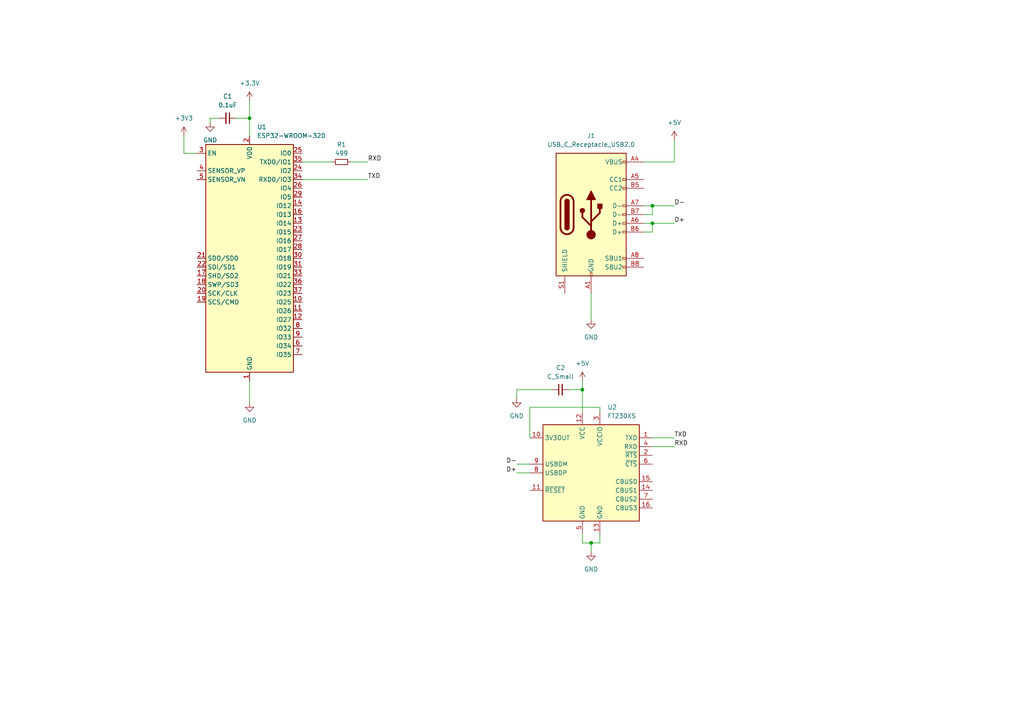
<source format=kicad_sch>
(kicad_sch (version 20230121) (generator eeschema)
  (paper "A4")
  (lib_symbols
    (symbol "Connector:USB_C_Receptacle_USB2.0" (pin_names (offset 1.016))
      (property "Reference" "J" (at -10.16 19.05 0))
      (property "Value" "USB_C_Receptacle_USB2.0" (at 19.05 19.05 0))
      (symbol "USB_C_Receptacle_USB2.0_0_0"
        (rectangle (start -0.254 -17.78) (end 0.254 -16.764))
        (rectangle (start 10.16 -14.986) (end 9.144 -15.494))
        (rectangle (start 10.16 -12.446) (end 9.144 -12.954))
        (rectangle (start 10.16 -4.826) (end 9.144 -5.334))
        (rectangle (start 10.16 -2.286) (end 9.144 -2.794))
        (rectangle (start 10.16 0.254) (end 9.144 -0.254))
        (rectangle (start 10.16 2.794) (end 9.144 2.286))
        (rectangle (start 10.16 7.874) (end 9.144 7.366))
        (rectangle (start 10.16 10.414) (end 9.144 9.906))
        (rectangle (start 10.16 15.494) (end 9.144 14.986))
      )
      (symbol "USB_C_Receptacle_USB2.0_0_1"
        (rectangle (start -10.16 17.78) (end 10.16 -17.78) (stroke (width 0.254)) (fill (type background)))
        (arc (start -8.89 -3.81) (mid -6.985 -5.7067) (end -5.08 -3.81) (stroke (width 0.508)))
        (arc (start -7.62 -3.81) (mid -6.985 -4.4423) (end -6.35 -3.81) (stroke (width 0.254)))
        (arc (start -7.62 -3.81) (mid -6.985 -4.4423) (end -6.35 -3.81) (stroke (width 0.254)) (fill (type outline)))
        (rectangle (start -7.62 -3.81) (end -6.35 3.81) (stroke (width 0.254)) (fill (type outline)))
        (arc (start -6.35 3.81) (mid -6.985 4.4423) (end -7.62 3.81) (stroke (width 0.254)))
        (arc (start -6.35 3.81) (mid -6.985 4.4423) (end -7.62 3.81) (stroke (width 0.254)) (fill (type outline)))
        (arc (start -5.08 3.81) (mid -6.985 5.7067) (end -8.89 3.81) (stroke (width 0.508)))
        (circle (center -2.54 1.143) (radius 0.635) (stroke (width 0.254)) (fill (type outline)))
        (circle (center 0 -5.842) (radius 1.27) (fill (type outline)))
        (polyline (pts (xy -8.89 -3.81) (xy -8.89 3.81)) (stroke (width 0.508)))
        (polyline (pts (xy -5.08 3.81) (xy -5.08 -3.81)) (stroke (width 0.508)))
        (polyline (pts (xy 0 -5.842) (xy 0 4.318)) (stroke (width 0.508)))
        (polyline (pts (xy 0 -3.302) (xy -2.54 -0.762) (xy -2.54 0.508)) (stroke (width 0.508)))
        (polyline (pts (xy 0 -2.032) (xy 2.54 0.508) (xy 2.54 1.778)) (stroke (width 0.508)))
        (polyline (pts (xy -1.27 4.318) (xy 0 6.858) (xy 1.27 4.318) (xy -1.27 4.318)) (stroke (width 0.254)) (fill (type outline)))
        (rectangle (start 1.905 1.778) (end 3.175 3.048) (stroke (width 0.254)) (fill (type outline)))
      )
      (symbol "USB_C_Receptacle_USB2.0_1_1"
        (pin passive line (at 0 -22.86 90) (length 5.08) (name "GND") (number "A1"))
        (pin passive line (at 0 -22.86 90) (length 5.08) hide (name "GND") (number "A12"))
        (pin passive line (at 15.24 15.24 180) (length 5.08) (name "VBUS") (number "A4"))
        (pin bidirectional line (at 15.24 10.16 180) (length 5.08) (name "CC1") (number "A5"))
        (pin bidirectional line (at 15.24 -2.54 180) (length 5.08) (name "D+") (number "A6"))
        (pin bidirectional line (at 15.24 2.54 180) (length 5.08) (name "D-") (number "A7"))
        (pin bidirectional line (at 15.24 -12.7 180) (length 5.08) (name "SBU1") (number "A8"))
        (pin passive line (at 15.24 15.24 180) (length 5.08) hide (name "VBUS") (number "A9"))
        (pin passive line (at 0 -22.86 90) (length 5.08) hide (name "GND") (number "B1"))
        (pin passive line (at 0 -22.86 90) (length 5.08) hide (name "GND") (number "B12"))
        (pin passive line (at 15.24 15.24 180) (length 5.08) hide (name "VBUS") (number "B4"))
        (pin bidirectional line (at 15.24 7.62 180) (length 5.08) (name "CC2") (number "B5"))
        (pin bidirectional line (at 15.24 -5.08 180) (length 5.08) (name "D+") (number "B6"))
        (pin bidirectional line (at 15.24 0 180) (length 5.08) (name "D-") (number "B7"))
        (pin bidirectional line (at 15.24 -15.24 180) (length 5.08) (name "SBU2") (number "B8"))
        (pin passive line (at 15.24 15.24 180) (length 5.08) hide (name "VBUS") (number "B9"))
        (pin passive line (at -7.62 -22.86 90) (length 5.08) (name "SHIELD") (number "S1"))
      )
    )
    (symbol "Device:C_Small" (pin_numbers hide) (pin_names (offset 0.254) hide)
      (property "Reference" "C" (at 0.254 1.778 0))
      (property "Value" "C_Small" (at 0.254 -2.032 0))
      (symbol "C_Small_0_1"
        (polyline (pts (xy -1.524 -0.508) (xy 1.524 -0.508)) (stroke (width 0.3302)))
        (polyline (pts (xy -1.524 0.508) (xy 1.524 0.508)) (stroke (width 0.3048)))
      )
      (symbol "C_Small_1_1"
        (pin passive line (at 0 2.54 270) (length 2.032) (name "~") (number "1"))
        (pin passive line (at 0 -2.54 90) (length 2.032) (name "~") (number "2"))
      )
    )
    (symbol "Device:R_Small" (pin_numbers hide) (pin_names (offset 0.254) hide)
      (property "Reference" "R" (at 0.762 0.508 0))
      (property "Value" "R_Small" (at 0.762 -1.016 0))
      (symbol "R_Small_0_1"
        (rectangle (start -0.762 1.778) (end 0.762 -1.778) (stroke (width 0.2032)))
      )
      (symbol "R_Small_1_1"
        (pin passive line (at 0 2.54 270) (length 0.762) (name "~") (number "1"))
        (pin passive line (at 0 -2.54 90) (length 0.762) (name "~") (number "2"))
      )
    )
    (symbol "Interface_USB:FT230XS"
      (property "Reference" "U" (at -13.97 15.24 0))
      (property "Value" "FT230XS" (at 7.62 15.24 0))
      (symbol "FT230XS_0_1"
        (rectangle (start -13.97 13.97) (end 13.97 -13.97) (stroke (width 0.254)) (fill (type background)))
      )
      (symbol "FT230XS_1_1"
        (pin output line (at 17.78 10.16 180) (length 3.81) (name "TXD") (number "1"))
        (pin power_out line (at -17.78 10.16 0) (length 3.81) (name "3V3OUT") (number "10"))
        (pin input line (at -17.78 -5.08 0) (length 3.81) (name "~{RESET}") (number "11"))
        (pin power_in line (at -2.54 17.78 270) (length 3.81) (name "VCC") (number "12"))
        (pin power_in line (at 2.54 -17.78 90) (length 3.81) (name "GND") (number "13"))
        (pin bidirectional line (at 17.78 -5.08 180) (length 3.81) (name "CBUS1") (number "14"))
        (pin bidirectional line (at 17.78 -2.54 180) (length 3.81) (name "CBUS0") (number "15"))
        (pin bidirectional line (at 17.78 -10.16 180) (length 3.81) (name "CBUS3") (number "16"))
        (pin output line (at 17.78 5.08 180) (length 3.81) (name "~{RTS}") (number "2"))
        (pin power_in line (at 2.54 17.78 270) (length 3.81) (name "VCCIO") (number "3"))
        (pin input line (at 17.78 7.62 180) (length 3.81) (name "RXD") (number "4"))
        (pin power_in line (at -2.54 -17.78 90) (length 3.81) (name "GND") (number "5"))
        (pin input line (at 17.78 2.54 180) (length 3.81) (name "~{CTS}") (number "6"))
        (pin bidirectional line (at 17.78 -7.62 180) (length 3.81) (name "CBUS2") (number "7"))
        (pin bidirectional line (at -17.78 0 0) (length 3.81) (name "USBDP") (number "8"))
        (pin bidirectional line (at -17.78 2.54 0) (length 3.81) (name "USBDM") (number "9"))
      )
    )
    (symbol "RF_Module:ESP32-WROOM-32D"
      (property "Reference" "U" (at -12.7 34.29 0))
      (property "Value" "ESP32-WROOM-32D" (at 1.27 34.29 0))
      (symbol "ESP32-WROOM-32D_0_1"
        (rectangle (start -12.7 33.02) (end 12.7 -33.02) (stroke (width 0.254)) (fill (type background)))
      )
      (symbol "ESP32-WROOM-32D_1_1"
        (pin power_in line (at 0 -35.56 90) (length 2.54) (name "GND") (number "1"))
        (pin bidirectional line (at 15.24 -12.7 180) (length 2.54) (name "IO25") (number "10"))
        (pin bidirectional line (at 15.24 -15.24 180) (length 2.54) (name "IO26") (number "11"))
        (pin bidirectional line (at 15.24 -17.78 180) (length 2.54) (name "IO27") (number "12"))
        (pin bidirectional line (at 15.24 10.16 180) (length 2.54) (name "IO14") (number "13"))
        (pin bidirectional line (at 15.24 15.24 180) (length 2.54) (name "IO12") (number "14"))
        (pin passive line (at 0 -35.56 90) (length 2.54) hide (name "GND") (number "15"))
        (pin bidirectional line (at 15.24 12.7 180) (length 2.54) (name "IO13") (number "16"))
        (pin bidirectional line (at -15.24 -5.08 0) (length 2.54) (name "SHD/SD2") (number "17"))
        (pin bidirectional line (at -15.24 -7.62 0) (length 2.54) (name "SWP/SD3") (number "18"))
        (pin bidirectional line (at -15.24 -12.7 0) (length 2.54) (name "SCS/CMD") (number "19"))
        (pin power_in line (at 0 35.56 270) (length 2.54) (name "VDD") (number "2"))
        (pin bidirectional line (at -15.24 -10.16 0) (length 2.54) (name "SCK/CLK") (number "20"))
        (pin bidirectional line (at -15.24 0 0) (length 2.54) (name "SDO/SD0") (number "21"))
        (pin bidirectional line (at -15.24 -2.54 0) (length 2.54) (name "SDI/SD1") (number "22"))
        (pin bidirectional line (at 15.24 7.62 180) (length 2.54) (name "IO15") (number "23"))
        (pin bidirectional line (at 15.24 25.4 180) (length 2.54) (name "IO2") (number "24"))
        (pin bidirectional line (at 15.24 30.48 180) (length 2.54) (name "IO0") (number "25"))
        (pin bidirectional line (at 15.24 20.32 180) (length 2.54) (name "IO4") (number "26"))
        (pin bidirectional line (at 15.24 5.08 180) (length 2.54) (name "IO16") (number "27"))
        (pin bidirectional line (at 15.24 2.54 180) (length 2.54) (name "IO17") (number "28"))
        (pin bidirectional line (at 15.24 17.78 180) (length 2.54) (name "IO5") (number "29"))
        (pin input line (at -15.24 30.48 0) (length 2.54) (name "EN") (number "3"))
        (pin bidirectional line (at 15.24 0 180) (length 2.54) (name "IO18") (number "30"))
        (pin bidirectional line (at 15.24 -2.54 180) (length 2.54) (name "IO19") (number "31"))
        (pin no_connect line (at -12.7 -27.94 0) (length 2.54) hide (name "NC") (number "32"))
        (pin bidirectional line (at 15.24 -5.08 180) (length 2.54) (name "IO21") (number "33"))
        (pin bidirectional line (at 15.24 22.86 180) (length 2.54) (name "RXD0/IO3") (number "34"))
        (pin bidirectional line (at 15.24 27.94 180) (length 2.54) (name "TXD0/IO1") (number "35"))
        (pin bidirectional line (at 15.24 -7.62 180) (length 2.54) (name "IO22") (number "36"))
        (pin bidirectional line (at 15.24 -10.16 180) (length 2.54) (name "IO23") (number "37"))
        (pin passive line (at 0 -35.56 90) (length 2.54) hide (name "GND") (number "38"))
        (pin passive line (at 0 -35.56 90) (length 2.54) hide (name "GND") (number "39"))
        (pin input line (at -15.24 25.4 0) (length 2.54) (name "SENSOR_VP") (number "4"))
        (pin input line (at -15.24 22.86 0) (length 2.54) (name "SENSOR_VN") (number "5"))
        (pin input line (at 15.24 -25.4 180) (length 2.54) (name "IO34") (number "6"))
        (pin input line (at 15.24 -27.94 180) (length 2.54) (name "IO35") (number "7"))
        (pin bidirectional line (at 15.24 -20.32 180) (length 2.54) (name "IO32") (number "8"))
        (pin bidirectional line (at 15.24 -22.86 180) (length 2.54) (name "IO33") (number "9"))
      )
    )
    (symbol "power:+3.3V" (power) (pin_names (offset 0))
      (property "Value" "+3.3V" (at 0 3.556 0))
      (symbol "+3.3V_0_1"
        (polyline (pts (xy -0.762 1.27) (xy 0 2.54)))
        (polyline (pts (xy 0 0) (xy 0 2.54)))
        (polyline (pts (xy 0 2.54) (xy 0.762 1.27)))
      )
      (symbol "+3.3V_1_1"
        (pin power_in line (at 0 0 90) (length 0) hide (name "+3.3V") (number "1"))
      )
    )
    (symbol "power:+3V3" (power) (pin_names (offset 0))
      (property "Value" "+3V3" (at 0 3.556 0))
      (symbol "+3V3_0_1"
        (polyline (pts (xy -0.762 1.27) (xy 0 2.54)))
        (polyline (pts (xy 0 0) (xy 0 2.54)))
        (polyline (pts (xy 0 2.54) (xy 0.762 1.27)))
      )
      (symbol "+3V3_1_1"
        (pin power_in line (at 0 0 90) (length 0) hide (name "+3V3") (number "1"))
      )
    )
    (symbol "power:+5V" (power) (pin_names (offset 0))
      (property "Value" "+5V" (at 0 3.556 0))
      (symbol "+5V_0_1"
        (polyline (pts (xy -0.762 1.27) (xy 0 2.54)))
        (polyline (pts (xy 0 0) (xy 0 2.54)))
        (polyline (pts (xy 0 2.54) (xy 0.762 1.27)))
      )
      (symbol "+5V_1_1"
        (pin power_in line (at 0 0 90) (length 0) hide (name "+5V") (number "1"))
      )
    )
    (symbol "power:GND" (power) (pin_names (offset 0))
      (property "Value" "GND" (at 0 -3.81 0))
      (symbol "GND_0_1"
        (polyline (pts (xy 0 0) (xy 0 -1.27) (xy 1.27 -1.27) (xy 0 -2.54) (xy -1.27 -1.27) (xy 0 -1.27)))
      )
      (symbol "GND_1_1"
        (pin power_in line (at 0 0 270) (length 0) hide (name "GND") (number "1"))
      )
    )
  )
  (junction (at 171.45 157.48))
  (junction (at 189.23 64.77))
  (junction (at 168.91 113.03))
  (junction (at 72.39 34.29))
  (junction (at 189.23 59.69))
  (wire (pts (xy 149.86 115.57) (xy 149.86 113.03)))
  (wire (pts (xy 72.39 110.49) (xy 72.39 116.84)))
  (wire (pts (xy 87.63 52.07) (xy 106.68 52.07)))
  (wire (pts (xy 168.91 157.48) (xy 171.45 157.48)))
  (wire (pts (xy 53.34 44.45) (xy 57.15 44.45)))
  (wire (pts (xy 189.23 62.23) (xy 189.23 59.69)))
  (wire (pts (xy 186.69 67.31) (xy 189.23 67.31)))
  (wire (pts (xy 149.86 134.62) (xy 153.67 134.62)))
  (wire (pts (xy 149.86 137.16) (xy 153.67 137.16)))
  (wire (pts (xy 72.39 34.29) (xy 72.39 29.21)))
  (wire (pts (xy 165.1 113.03) (xy 168.91 113.03)))
  (wire (pts (xy 60.96 35.56) (xy 60.96 34.29)))
  (wire (pts (xy 149.86 113.03) (xy 160.02 113.03)))
  (wire (pts (xy 168.91 110.49) (xy 168.91 113.03)))
  (wire (pts (xy 189.23 127) (xy 195.58 127)))
  (wire (pts (xy 186.69 64.77) (xy 189.23 64.77)))
  (wire (pts (xy 171.45 85.09) (xy 171.45 92.71)))
  (wire (pts (xy 186.69 62.23) (xy 189.23 62.23)))
  (wire (pts (xy 173.99 118.11) (xy 173.99 119.38)))
  (wire (pts (xy 189.23 64.77) (xy 195.58 64.77)))
  (wire (pts (xy 87.63 46.99) (xy 96.52 46.99)))
  (wire (pts (xy 171.45 157.48) (xy 173.99 157.48)))
  (wire (pts (xy 173.99 157.48) (xy 173.99 154.94)))
  (wire (pts (xy 195.58 46.99) (xy 195.58 40.64)))
  (wire (pts (xy 72.39 34.29) (xy 72.39 39.37)))
  (wire (pts (xy 153.67 118.11) (xy 173.99 118.11)))
  (wire (pts (xy 168.91 154.94) (xy 168.91 157.48)))
  (wire (pts (xy 189.23 59.69) (xy 195.58 59.69)))
  (wire (pts (xy 171.45 157.48) (xy 171.45 160.02)))
  (wire (pts (xy 153.67 127) (xy 153.67 118.11)))
  (wire (pts (xy 60.96 34.29) (xy 63.5 34.29)))
  (wire (pts (xy 186.69 46.99) (xy 195.58 46.99)))
  (wire (pts (xy 68.58 34.29) (xy 72.39 34.29)))
  (wire (pts (xy 168.91 113.03) (xy 168.91 119.38)))
  (wire (pts (xy 101.6 46.99) (xy 106.68 46.99)))
  (wire (pts (xy 189.23 129.54) (xy 195.58 129.54)))
  (wire (pts (xy 189.23 67.31) (xy 189.23 64.77)))
  (wire (pts (xy 186.69 59.69) (xy 189.23 59.69)))
  (wire (pts (xy 53.34 39.37) (xy 53.34 44.45)))
  (label "D+" (at 195.58 64.77 0))
  (label "RXD" (at 195.58 129.54 0))
  (label "D-" (at 195.58 59.69 0))
  (label "TXD" (at 106.68 52.07 0))
  (label "D-" (at 149.86 134.62 180))
  (label "D+" (at 149.86 137.16 180))
  (label "TXD" (at 195.58 127 0))
  (label "RXD" (at 106.68 46.99 0))
  (symbol (lib_id "power:GND") (at 171.45 92.71 0) (unit 1)
    (property "Reference" "#PWR06" (effects hide))
    (property "Value" "GND" (at 171.45 97.79 0))
  )
  (symbol (lib_id "Device:R_Small") (at 99.06 46.99 90) (unit 1)
    (property "Reference" "R1" (at 99.06 41.91 90))
    (property "Value" "499" (at 99.06 44.45 90))
  )
  (symbol (lib_id "power:GND") (at 149.86 115.57 0) (unit 1)
    (property "Reference" "#PWR08" (effects hide))
    (property "Value" "GND" (at 149.86 120.65 0))
  )
  (symbol (lib_id "power:+5V") (at 195.58 40.64 0) (unit 1)
    (property "Reference" "#PWR05" (effects hide))
    (property "Value" "+5V" (at 195.58 35.56 0))
  )
  (symbol (lib_id "Device:C_Small") (at 162.56 113.03 90) (unit 1)
    (property "Reference" "C2" (at 162.5663 106.68 90))
    (property "Value" "C_Small" (at 162.5663 109.22 90))
  )
  (symbol (lib_id "Connector:USB_C_Receptacle_USB2.0") (at 171.45 62.23 0) (unit 1)
    (property "Reference" "J1" (at 171.45 39.37 0))
    (property "Value" "USB_C_Receptacle_USB2.0" (at 171.45 41.91 0))
    (property "Datasheet" "https://www.usb.org/sites/default/files/documents/usb_type-c.zip" (effects hide))
  )
  (symbol (lib_id "power:+3V3") (at 53.34 39.37 0) (unit 1)
    (property "Reference" "#PWR03" (effects hide))
    (property "Value" "+3V3" (at 53.34 34.29 0))
  )
  (symbol (lib_id "power:+5V") (at 168.91 110.49 0) (unit 1)
    (property "Reference" "#PWR07" (effects hide))
    (property "Value" "+5V" (at 168.91 105.41 0))
  )
  (symbol (lib_id "RF_Module:ESP32-WROOM-32D") (at 72.39 74.93 0) (unit 1)
    (property "Reference" "U1" (at 74.5841 36.83 0) (effects (justify left)))
    (property "Value" "ESP32-WROOM-32D" (at 74.5841 39.37 0) (effects (justify left)))
    (property "Footprint" "RF_Module:ESP32-WROOM-32D" (effects hide))
    (property "Datasheet" "https://www.espressif.com/sites/default/files/documentation/esp32-wroom-32d_esp32-wroom-32u_datasheet_en.pdf" (effects hide))
  )
  (symbol (lib_id "power:+3.3V") (at 72.39 29.21 0) (unit 1)
    (property "Reference" "#PWR01" (effects hide))
    (property "Value" "+3.3V" (at 72.39 24.13 0))
  )
  (symbol (lib_id "power:GND") (at 60.96 35.56 0) (unit 1)
    (property "Reference" "#PWR02" (effects hide))
    (property "Value" "GND" (at 60.96 40.64 0))
  )
  (symbol (lib_id "power:GND") (at 171.45 160.02 0) (unit 1)
    (property "Reference" "#PWR09" (effects hide))
    (property "Value" "GND" (at 171.45 165.1 0))
  )
  (symbol (lib_id "Device:C_Small") (at 66.04 34.29 270) (unit 1)
    (property "Reference" "C1" (at 66.0336 27.94 90))
    (property "Value" "0.1uF" (at 66.0336 30.48 90))
  )
  (symbol (lib_id "Interface_USB:FT230XS") (at 171.45 137.16 0) (unit 1)
    (property "Reference" "U2" (at 176.1841 118.11 0) (effects (justify left)))
    (property "Value" "FT230XS" (at 176.1841 120.65 0) (effects (justify left)))
    (property "Footprint" "Package_SO:SSOP-16_3.9x4.9mm_P0.635mm" (effects hide))
    (property "Datasheet" "https://www.ftdichip.com/Support/Documents/DataSheets/ICs/DS_FT230X.pdf" (effects hide))
  )
  (symbol (lib_id "power:GND") (at 72.39 116.84 0) (unit 1)
    (property "Reference" "#PWR04" (effects hide))
    (property "Value" "GND" (at 72.39 121.92 0))
  )
)
</source>
